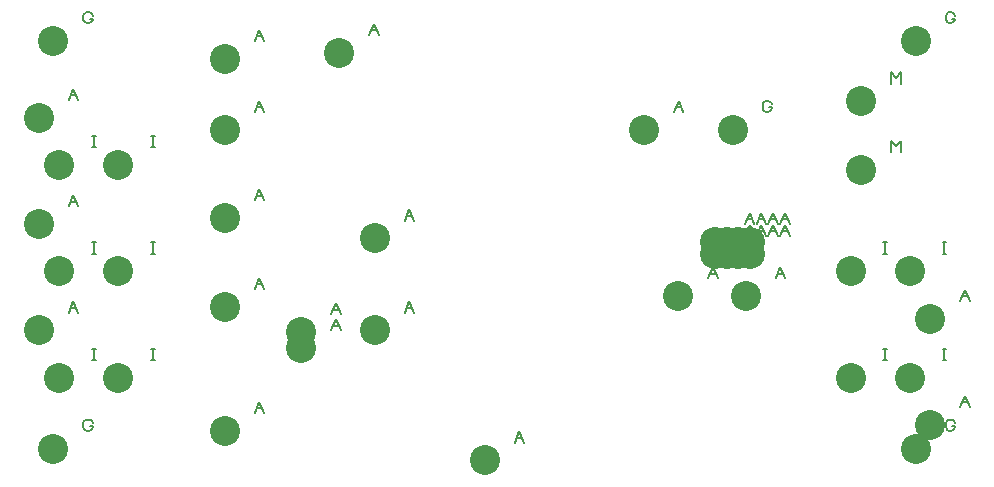
<source format=gbr>
G04 DesignSpark PCB Gerber Version 10.0 Build 5299*
G04 #@! TF.Part,Single*
G04 #@! TF.FileFunction,Drillmap*
G04 #@! TF.FilePolarity,Positive*
%FSLAX35Y35*%
%MOMM*%
%ADD70C,0.12700*%
G04 #@! TA.AperFunction,ViaPad*
%ADD19C,2.54000*%
G04 #@! TD.AperFunction*
X0Y0D02*
D02*
D19*
X1568480Y4174950D03*
Y5074950D03*
Y5974950D03*
X1693180Y3175000D03*
Y6625000D03*
X1743180Y3775050D03*
Y4675050D03*
Y5575050D03*
X2243180Y3775050D03*
Y4675050D03*
Y5575050D03*
X3143180Y3325000D03*
Y4375020D03*
Y5125000D03*
Y5875020D03*
Y6475000D03*
X3793000Y4025000D03*
Y4160700D03*
X4113180Y6525000D03*
X4413180Y4175000D03*
Y4955000D03*
X5343180Y3075000D03*
X6693180Y5875000D03*
X6983180Y4465000D03*
X7293230Y4825300D03*
Y4925300D03*
X7393230Y4825300D03*
Y4925300D03*
X7443180Y5875000D03*
X7493230Y4825300D03*
Y4925300D03*
X7553230Y4465000D03*
X7593230Y4825300D03*
Y4925300D03*
X8443180Y3774950D03*
Y4674950D03*
X8532430Y5535650D03*
Y6113650D03*
X8943180Y3774950D03*
Y4674950D03*
X8993180Y3175000D03*
Y6625000D03*
X9117880Y3375050D03*
Y4275050D03*
D02*
D70*
X1822480Y4325760D02*
X1862170Y4421010D01*
X1901860Y4325760D01*
X1838360Y4365450D02*
X1885980D01*
X1822480Y5225760D02*
X1862170Y5321010D01*
X1901860Y5225760D01*
X1838360Y5265450D02*
X1885980D01*
X1822480Y6125760D02*
X1862170Y6221010D01*
X1901860Y6125760D01*
X1838360Y6165450D02*
X1885980D01*
X2002740Y3365500D02*
X2026560D01*
Y3357560D01*
X2018620Y3341690D01*
X2010680Y3333750D01*
X1994810Y3325810D01*
X1978930D01*
X1963060Y3333750D01*
X1955120Y3341690D01*
X1947180Y3357560D01*
Y3389310D01*
X1955120Y3405190D01*
X1963060Y3413130D01*
X1978930Y3421060D01*
X1994810D01*
X2010680Y3413130D01*
X2018620Y3405190D01*
X2026560Y3389310D01*
X2002740Y6815500D02*
X2026560D01*
Y6807560D01*
X2018620Y6791690D01*
X2010680Y6783750D01*
X1994810Y6775810D01*
X1978930D01*
X1963060Y6783750D01*
X1955120Y6791690D01*
X1947180Y6807560D01*
Y6839310D01*
X1955120Y6855190D01*
X1963060Y6863130D01*
X1978930Y6871060D01*
X1994810D01*
X2010680Y6863130D01*
X2018620Y6855190D01*
X2026560Y6839310D01*
X2020990Y3925860D02*
X2052740D01*
X2036870D02*
Y4021110D01*
X2020990D02*
X2052740D01*
X2020990Y4825860D02*
X2052740D01*
X2036870D02*
Y4921110D01*
X2020990D02*
X2052740D01*
X2020990Y5725860D02*
X2052740D01*
X2036870D02*
Y5821110D01*
X2020990D02*
X2052740D01*
X2520990Y3925860D02*
X2552740D01*
X2536870D02*
Y4021110D01*
X2520990D02*
X2552740D01*
X2520990Y4825860D02*
X2552740D01*
X2536870D02*
Y4921110D01*
X2520990D02*
X2552740D01*
X2520990Y5725860D02*
X2552740D01*
X2536870D02*
Y5821110D01*
X2520990D02*
X2552740D01*
X3397180Y3475810D02*
X3436870Y3571060D01*
X3476560Y3475810D01*
X3413060Y3515500D02*
X3460680D01*
X3397180Y4525830D02*
X3436870Y4621080D01*
X3476560Y4525830D01*
X3413060Y4565520D02*
X3460680D01*
X3397180Y5275810D02*
X3436870Y5371060D01*
X3476560Y5275810D01*
X3413060Y5315500D02*
X3460680D01*
X3397180Y6025830D02*
X3436870Y6121080D01*
X3476560Y6025830D01*
X3413060Y6065520D02*
X3460680D01*
X3397180Y6625810D02*
X3436870Y6721060D01*
X3476560Y6625810D01*
X3413060Y6665500D02*
X3460680D01*
X4047000Y4175810D02*
X4086690Y4271060D01*
X4126380Y4175810D01*
X4062880Y4215500D02*
X4110500D01*
X4047000Y4311510D02*
X4086690Y4406760D01*
X4126380Y4311510D01*
X4062880Y4351200D02*
X4110500D01*
X4367180Y6675810D02*
X4406870Y6771060D01*
X4446560Y6675810D01*
X4383060Y6715500D02*
X4430680D01*
X4667180Y4325810D02*
X4706870Y4421060D01*
X4746560Y4325810D01*
X4683060Y4365500D02*
X4730680D01*
X4667180Y5105810D02*
X4706870Y5201060D01*
X4746560Y5105810D01*
X4683060Y5145500D02*
X4730680D01*
X5597180Y3225810D02*
X5636870Y3321060D01*
X5676560Y3225810D01*
X5613060Y3265500D02*
X5660680D01*
X6947180Y6025810D02*
X6986870Y6121060D01*
X7026560Y6025810D01*
X6963060Y6065500D02*
X7010680D01*
X7237180Y4615810D02*
X7276870Y4711060D01*
X7316560Y4615810D01*
X7253060Y4655500D02*
X7300680D01*
X7547230Y4976110D02*
X7586920Y5071360D01*
X7626610Y4976110D01*
X7563110Y5015800D02*
X7610730D01*
X7547230Y5076110D02*
X7586920Y5171360D01*
X7626610Y5076110D01*
X7563110Y5115800D02*
X7610730D01*
X7647230Y4976110D02*
X7686920Y5071360D01*
X7726610Y4976110D01*
X7663110Y5015800D02*
X7710730D01*
X7647230Y5076110D02*
X7686920Y5171360D01*
X7726610Y5076110D01*
X7663110Y5115800D02*
X7710730D01*
X7752740Y6065500D02*
X7776560D01*
Y6057560D01*
X7768620Y6041690D01*
X7760680Y6033750D01*
X7744810Y6025810D01*
X7728930D01*
X7713060Y6033750D01*
X7705120Y6041690D01*
X7697180Y6057560D01*
Y6089310D01*
X7705120Y6105190D01*
X7713060Y6113130D01*
X7728930Y6121060D01*
X7744810D01*
X7760680Y6113130D01*
X7768620Y6105190D01*
X7776560Y6089310D01*
X7747230Y4976110D02*
X7786920Y5071360D01*
X7826610Y4976110D01*
X7763110Y5015800D02*
X7810730D01*
X7747230Y5076110D02*
X7786920Y5171360D01*
X7826610Y5076110D01*
X7763110Y5115800D02*
X7810730D01*
X7807230Y4615810D02*
X7846920Y4711060D01*
X7886610Y4615810D01*
X7823110Y4655500D02*
X7870730D01*
X7847230Y4976110D02*
X7886920Y5071360D01*
X7926610Y4976110D01*
X7863110Y5015800D02*
X7910730D01*
X7847230Y5076110D02*
X7886920Y5171360D01*
X7926610Y5076110D01*
X7863110Y5115800D02*
X7910730D01*
X8720990Y3925760D02*
X8752740D01*
X8736870D02*
Y4021010D01*
X8720990D02*
X8752740D01*
X8720990Y4825760D02*
X8752740D01*
X8736870D02*
Y4921010D01*
X8720990D02*
X8752740D01*
X8786430Y5686460D02*
Y5781710D01*
X8826120Y5734090D01*
X8865810Y5781710D01*
Y5686460D01*
X8786430Y6264460D02*
Y6359710D01*
X8826120Y6312090D01*
X8865810Y6359710D01*
Y6264460D01*
X9220990Y3925760D02*
X9252740D01*
X9236870D02*
Y4021010D01*
X9220990D02*
X9252740D01*
X9220990Y4825760D02*
X9252740D01*
X9236870D02*
Y4921010D01*
X9220990D02*
X9252740D01*
X9302740Y3365500D02*
X9326560D01*
Y3357560D01*
X9318620Y3341690D01*
X9310680Y3333750D01*
X9294810Y3325810D01*
X9278930D01*
X9263060Y3333750D01*
X9255120Y3341690D01*
X9247180Y3357560D01*
Y3389310D01*
X9255120Y3405190D01*
X9263060Y3413130D01*
X9278930Y3421060D01*
X9294810D01*
X9310680Y3413130D01*
X9318620Y3405190D01*
X9326560Y3389310D01*
X9302740Y6815500D02*
X9326560D01*
Y6807560D01*
X9318620Y6791690D01*
X9310680Y6783750D01*
X9294810Y6775810D01*
X9278930D01*
X9263060Y6783750D01*
X9255120Y6791690D01*
X9247180Y6807560D01*
Y6839310D01*
X9255120Y6855190D01*
X9263060Y6863130D01*
X9278930Y6871060D01*
X9294810D01*
X9310680Y6863130D01*
X9318620Y6855190D01*
X9326560Y6839310D01*
X9371880Y3525860D02*
X9411570Y3621110D01*
X9451260Y3525860D01*
X9387760Y3565550D02*
X9435380D01*
X9371880Y4425860D02*
X9411570Y4521110D01*
X9451260Y4425860D01*
X9387760Y4465550D02*
X9435380D01*
X0Y0D02*
M02*

</source>
